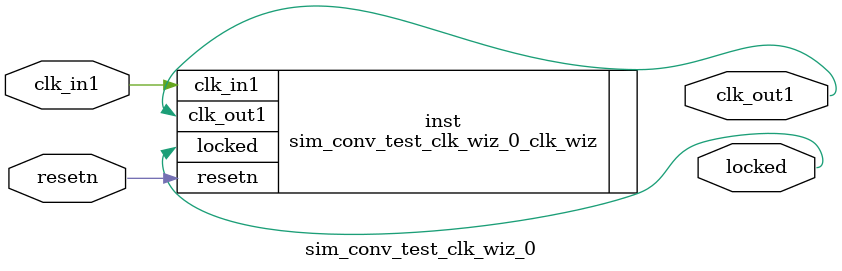
<source format=v>


`timescale 1ps/1ps

(* CORE_GENERATION_INFO = "sim_conv_test_clk_wiz_0,clk_wiz_v5_3_3_0,{component_name=sim_conv_test_clk_wiz_0,use_phase_alignment=true,use_min_o_jitter=false,use_max_i_jitter=false,use_dyn_phase_shift=false,use_inclk_switchover=false,use_dyn_reconfig=false,enable_axi=0,feedback_source=FDBK_AUTO,PRIMITIVE=MMCM,num_out_clk=1,clkin1_period=10.0,clkin2_period=10.0,use_power_down=false,use_reset=true,use_locked=true,use_inclk_stopped=false,feedback_type=SINGLE,CLOCK_MGR_TYPE=NA,manual_override=false}" *)

module sim_conv_test_clk_wiz_0 
 (
  // Clock out ports
  output        clk_out1,
  // Status and control signals
  input         resetn,
  output        locked,
 // Clock in ports
  input         clk_in1
 );

  sim_conv_test_clk_wiz_0_clk_wiz inst
  (
  // Clock out ports  
  .clk_out1(clk_out1),
  // Status and control signals               
  .resetn(resetn), 
  .locked(locked),
 // Clock in ports
  .clk_in1(clk_in1)
  );

endmodule

</source>
